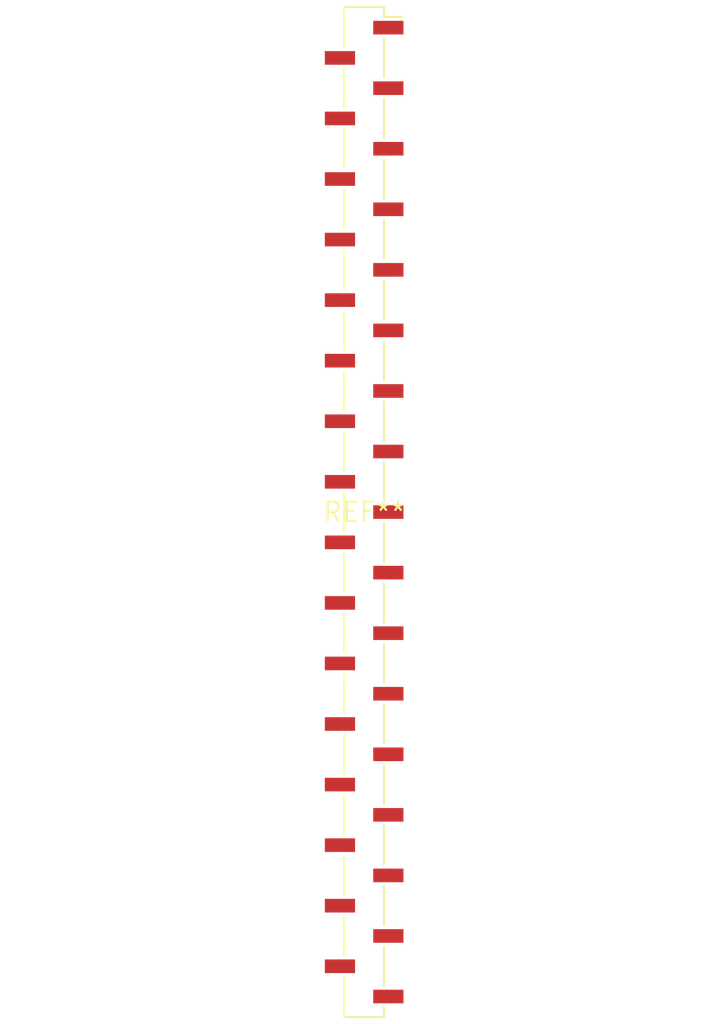
<source format=kicad_pcb>
(kicad_pcb (version 20240108) (generator pcbnew)
  (layers (0 "F.Cu" signal) (31 "B.Cu" signal) (34 "B.Paste" user) (35 "F.Paste" user) (36 "B.SilkS" user "B.Silkscreen") (37 "F.SilkS" user "F.Silkscreen") (38 "B.Mask" user) (39 "F.Mask" user) (44 "Edge.Cuts" user))
  (net 0 "")
  (footprint "PinSocket_1x33_P2.00mm_Vertical_SMD_Pin1Right" (layer "F.Cu") (at 0 0)
    (property "Reference" "REF**")
    (property "Value" "PinSocket_1x33_P2.00mm_Vertical_SMD_Pin1Right")
    (fp_line (start -1.31 -33.36) (end -1.31 -30.71) (layer "F.SilkS") (stroke (width 0.12)))
    (fp_line (start -1.31 -33.36) (end 1.31 -33.36) (layer "F.SilkS") (stroke (width 0.12)))
    (fp_line (start -1.31 -29.29) (end -1.31 -26.71) (layer "F.SilkS") (stroke (width 0.12)))
    (fp_line (start -1.31 -25.29) (end -1.31 -22.71) (layer "F.SilkS") (stroke (width 0.12)))
    (fp_line (start -1.31 -21.29) (end -1.31 -18.71) (layer "F.SilkS") (stroke (width 0.12)))
    (fp_line (start -1.31 -17.29) (end -1.31 -14.71) (layer "F.SilkS") (stroke (width 0.12)))
    (fp_line (start -1.31 -13.29) (end -1.31 -10.71) (layer "F.SilkS") (stroke (width 0.12)))
    (fp_line (start -1.31 -9.29) (end -1.31 -6.71) (layer "F.SilkS") (stroke (width 0.12)))
    (fp_line (start -1.31 -5.29) (end -1.31 -2.71) (layer "F.SilkS") (stroke (width 0.12)))
    (fp_line (start -1.31 -1.29) (end -1.31 1.29) (layer "F.SilkS") (stroke (width 0.12)))
    (fp_line (start -1.31 2.71) (end -1.31 5.29) (layer "F.SilkS") (stroke (width 0.12)))
    (fp_line (start -1.31 6.71) (end -1.31 9.29) (layer "F.SilkS") (stroke (width 0.12)))
    (fp_line (start -1.31 10.71) (end -1.31 13.29) (layer "F.SilkS") (stroke (width 0.12)))
    (fp_line (start -1.31 14.71) (end -1.31 17.29) (layer "F.SilkS") (stroke (width 0.12)))
    (fp_line (start -1.31 18.71) (end -1.31 21.29) (layer "F.SilkS") (stroke (width 0.12)))
    (fp_line (start -1.31 22.71) (end -1.31 25.29) (layer "F.SilkS") (stroke (width 0.12)))
    (fp_line (start -1.31 26.71) (end -1.31 29.29) (layer "F.SilkS") (stroke (width 0.12)))
    (fp_line (start -1.31 30.71) (end -1.31 33.36) (layer "F.SilkS") (stroke (width 0.12)))
    (fp_line (start -1.31 33.36) (end 1.31 33.36) (layer "F.SilkS") (stroke (width 0.12)))
    (fp_line (start 1.31 -33.36) (end 1.31 -32.71) (layer "F.SilkS") (stroke (width 0.12)))
    (fp_line (start 1.31 -32.71) (end 2.54 -32.71) (layer "F.SilkS") (stroke (width 0.12)))
    (fp_line (start 1.31 -31.29) (end 1.31 -28.71) (layer "F.SilkS") (stroke (width 0.12)))
    (fp_line (start 1.31 -27.29) (end 1.31 -24.71) (layer "F.SilkS") (stroke (width 0.12)))
    (fp_line (start 1.31 -23.29) (end 1.31 -20.71) (layer "F.SilkS") (stroke (width 0.12)))
    (fp_line (start 1.31 -19.29) (end 1.31 -16.71) (layer "F.SilkS") (stroke (width 0.12)))
    (fp_line (start 1.31 -15.29) (end 1.31 -12.71) (layer "F.SilkS") (stroke (width 0.12)))
    (fp_line (start 1.31 -11.29) (end 1.31 -8.71) (layer "F.SilkS") (stroke (width 0.12)))
    (fp_line (start 1.31 -7.29) (end 1.31 -4.71) (layer "F.SilkS") (stroke (width 0.12)))
    (fp_line (start 1.31 -3.29) (end 1.31 -0.71) (layer "F.SilkS") (stroke (width 0.12)))
    (fp_line (start 1.31 0.71) (end 1.31 3.29) (layer "F.SilkS") (stroke (width 0.12)))
    (fp_line (start 1.31 4.71) (end 1.31 7.29) (layer "F.SilkS") (stroke (width 0.12)))
    (fp_line (start 1.31 8.71) (end 1.31 11.29) (layer "F.SilkS") (stroke (width 0.12)))
    (fp_line (start 1.31 12.71) (end 1.31 15.29) (layer "F.SilkS") (stroke (width 0.12)))
    (fp_line (start 1.31 16.71) (end 1.31 19.29) (layer "F.SilkS") (stroke (width 0.12)))
    (fp_line (start 1.31 20.71) (end 1.31 23.29) (layer "F.SilkS") (stroke (width 0.12)))
    (fp_line (start 1.31 24.71) (end 1.31 27.29) (layer "F.SilkS") (stroke (width 0.12)))
    (fp_line (start 1.31 28.71) (end 1.31 31.29) (layer "F.SilkS") (stroke (width 0.12)))
    (fp_line (start 1.31 32.71) (end 1.31 33.36) (layer "F.SilkS") (stroke (width 0.12)))
    (pad "1" smd rect (at 1.6 -32) (size 2 0.9) (layers "F.Cu" "F.Paste" "F.Mask"))
    (pad "2" smd rect (at -1.6 -30) (size 2 0.9) (layers "F.Cu" "F.Paste" "F.Mask"))
    (pad "3" smd rect (at 1.6 -28) (size 2 0.9) (layers "F.Cu" "F.Paste" "F.Mask"))
    (pad "4" smd rect (at -1.6 -26) (size 2 0.9) (layers "F.Cu" "F.Paste" "F.Mask"))
    (pad "5" smd rect (at 1.6 -24) (size 2 0.9) (layers "F.Cu" "F.Paste" "F.Mask"))
    (pad "6" smd rect (at -1.6 -22) (size 2 0.9) (layers "F.Cu" "F.Paste" "F.Mask"))
    (pad "7" smd rect (at 1.6 -20) (size 2 0.9) (layers "F.Cu" "F.Paste" "F.Mask"))
    (pad "8" smd rect (at -1.6 -18) (size 2 0.9) (layers "F.Cu" "F.Paste" "F.Mask"))
    (pad "9" smd rect (at 1.6 -16) (size 2 0.9) (layers "F.Cu" "F.Paste" "F.Mask"))
    (pad "10" smd rect (at -1.6 -14) (size 2 0.9) (layers "F.Cu" "F.Paste" "F.Mask"))
    (pad "11" smd rect (at 1.6 -12) (size 2 0.9) (layers "F.Cu" "F.Paste" "F.Mask"))
    (pad "12" smd rect (at -1.6 -10) (size 2 0.9) (layers "F.Cu" "F.Paste" "F.Mask"))
    (pad "13" smd rect (at 1.6 -8) (size 2 0.9) (layers "F.Cu" "F.Paste" "F.Mask"))
    (pad "14" smd rect (at -1.6 -6) (size 2 0.9) (layers "F.Cu" "F.Paste" "F.Mask"))
    (pad "15" smd rect (at 1.6 -4) (size 2 0.9) (layers "F.Cu" "F.Paste" "F.Mask"))
    (pad "16" smd rect (at -1.6 -2) (size 2 0.9) (layers "F.Cu" "F.Paste" "F.Mask"))
    (pad "17" smd rect (at 1.6 0) (size 2 0.9) (layers "F.Cu" "F.Paste" "F.Mask"))
    (pad "18" smd rect (at -1.6 2) (size 2 0.9) (layers "F.Cu" "F.Paste" "F.Mask"))
    (pad "19" smd rect (at 1.6 4) (size 2 0.9) (layers "F.Cu" "F.Paste" "F.Mask"))
    (pad "20" smd rect (at -1.6 6) (size 2 0.9) (layers "F.Cu" "F.Paste" "F.Mask"))
    (pad "21" smd rect (at 1.6 8) (size 2 0.9) (layers "F.Cu" "F.Paste" "F.Mask"))
    (pad "22" smd rect (at -1.6 10) (size 2 0.9) (layers "F.Cu" "F.Paste" "F.Mask"))
    (pad "23" smd rect (at 1.6 12) (size 2 0.9) (layers "F.Cu" "F.Paste" "F.Mask"))
    (pad "24" smd rect (at -1.6 14) (size 2 0.9) (layers "F.Cu" "F.Paste" "F.Mask"))
    (pad "25" smd rect (at 1.6 16) (size 2 0.9) (layers "F.Cu" "F.Paste" "F.Mask"))
    (pad "26" smd rect (at -1.6 18) (size 2 0.9) (layers "F.Cu" "F.Paste" "F.Mask"))
    (pad "27" smd rect (at 1.6 20) (size 2 0.9) (layers "F.Cu" "F.Paste" "F.Mask"))
    (pad "28" smd rect (at -1.6 22) (size 2 0.9) (layers "F.Cu" "F.Paste" "F.Mask"))
    (pad "29" smd rect (at 1.6 24) (size 2 0.9) (layers "F.Cu" "F.Paste" "F.Mask"))
    (pad "30" smd rect (at -1.6 26) (size 2 0.9) (layers "F.Cu" "F.Paste" "F.Mask"))
    (pad "31" smd rect (at 1.6 28) (size 2 0.9) (layers "F.Cu" "F.Paste" "F.Mask"))
    (pad "32" smd rect (at -1.6 30) (size 2 0.9) (layers "F.Cu" "F.Paste" "F.Mask"))
    (pad "33" smd rect (at 1.6 32) (size 2 0.9) (layers "F.Cu" "F.Paste" "F.Mask"))
  )
)
</source>
